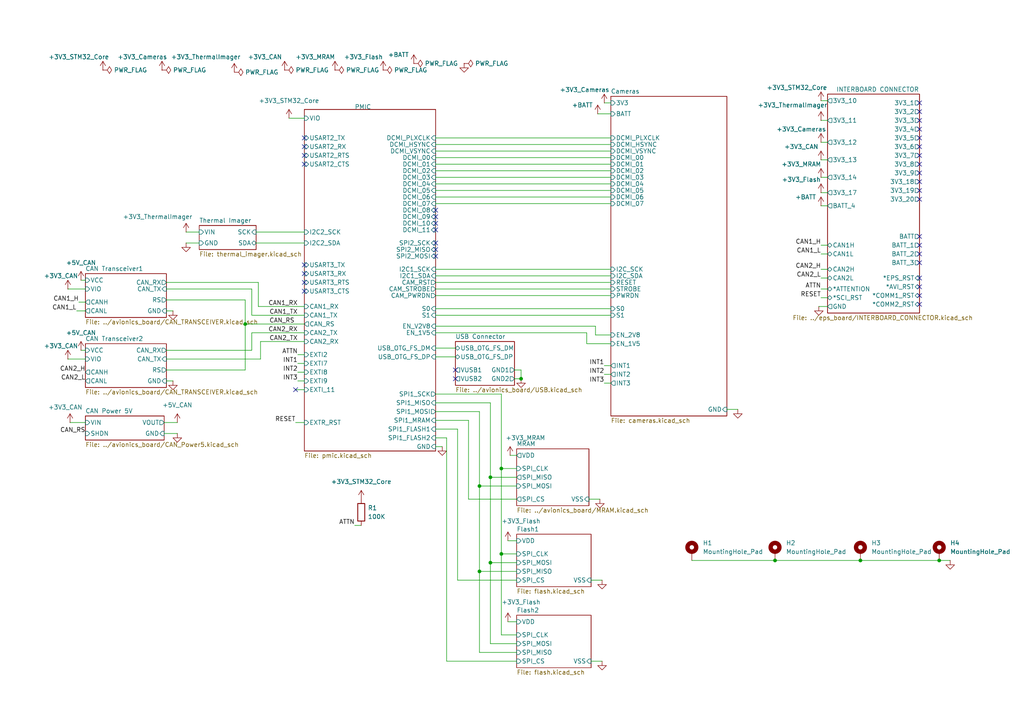
<source format=kicad_sch>
(kicad_sch (version 20231120) (generator "eeschema") (generator_version "8.0")
  (paper "A4")
  (lib_symbols
    (symbol "Device:R" (pin_numbers hide) (pin_names (offset 0))
      (property "Reference" "R" (at 2.032 0 90))
      (property "Value" "R" (at 0 0 90))
      (symbol "R_0_1"
        (rectangle (start -1.016 -2.54) (end 1.016 2.54) (stroke (width 0.254)))
      )
      (symbol "R_1_1"
        (pin passive line (at 0 3.81 270) (length 1.27) (name "~") (number "1"))
        (pin passive line (at 0 -3.81 90) (length 1.27) (name "~") (number "2"))
      )
    )
    (symbol "Mechanical:MountingHole_Pad" (pin_numbers hide) (pin_names (offset 1.016) hide) (exclude_from_sim yes) (in_bom no)
      (property "Reference" "H" (at 0 6.35 0))
      (property "Value" "MountingHole_Pad" (at 0 4.445 0))
      (symbol "MountingHole_Pad_0_1"
        (circle (center 0 1.27) (radius 1.27) (stroke (width 1.27)))
      )
      (symbol "MountingHole_Pad_1_1"
        (pin input line (at 0 -2.54 90) (length 2.54) (name "1") (number "1"))
      )
    )
    (symbol "power:+3V3" (power) (pin_numbers hide) (pin_names (offset 0) hide)
      (property "Value" "+3V3" (at 0 3.556 0))
      (symbol "+3V3_0_1"
        (polyline (pts (xy -0.762 1.27) (xy 0 2.54)))
        (polyline (pts (xy 0 0) (xy 0 2.54)))
        (polyline (pts (xy 0 2.54) (xy 0.762 1.27)))
      )
      (symbol "+3V3_1_1"
        (pin power_in line (at 0 0 90) (length 0) (name "~") (number "1"))
      )
    )
    (symbol "power:+BATT" (power) (pin_numbers hide) (pin_names (offset 0) hide)
      (property "Value" "+BATT" (at 0 3.556 0))
      (symbol "+BATT_0_1"
        (polyline (pts (xy -0.762 1.27) (xy 0 2.54)))
        (polyline (pts (xy 0 0) (xy 0 2.54)))
        (polyline (pts (xy 0 2.54) (xy 0.762 1.27)))
      )
      (symbol "+BATT_1_1"
        (pin power_in line (at 0 0 90) (length 0) (name "~") (number "1"))
      )
    )
    (symbol "power:GND" (power) (pin_numbers hide) (pin_names (offset 0) hide)
      (property "Value" "GND" (at 0 -3.81 0))
      (symbol "GND_0_1"
        (polyline (pts (xy 0 0) (xy 0 -1.27) (xy 1.27 -1.27) (xy 0 -2.54) (xy -1.27 -1.27) (xy 0 -1.27)))
      )
      (symbol "GND_1_1"
        (pin power_in line (at 0 0 270) (length 0) (name "~") (number "1"))
      )
    )
    (symbol "power:PWR_FLAG" (power) (pin_numbers hide) (pin_names (offset 0) hide)
      (property "Value" "PWR_FLAG" (at 0 3.81 0))
      (symbol "PWR_FLAG_0_0"
        (pin power_out line (at 0 0 90) (length 0) (name "~") (number "1"))
      )
      (symbol "PWR_FLAG_0_1"
        (polyline (pts (xy 0 0) (xy 0 1.27) (xy -1.016 1.905) (xy 0 2.54) (xy 1.016 1.905) (xy 0 1.27)))
      )
    )
  )
  (junction (at 145.415 135.89))
  (junction (at 71.12 93.98))
  (junction (at 272.415 162.56))
  (junction (at 142.24 163.195))
  (junction (at 139.065 140.97))
  (junction (at 249.555 162.56))
  (junction (at 151.13 109.855))
  (junction (at 142.24 138.43))
  (junction (at 224.79 162.56))
  (junction (at 139.065 165.735))
  (junction (at 145.415 160.655))
  (no_connect (at 88.265 81.915))
  (no_connect (at 126.365 62.865))
  (no_connect (at 88.265 76.835))
  (no_connect (at 266.7 32.385))
  (no_connect (at 266.7 29.845))
  (no_connect (at 266.7 37.465))
  (no_connect (at 266.7 50.165))
  (no_connect (at 266.7 88.265))
  (no_connect (at 126.365 70.485))
  (no_connect (at 266.7 57.785))
  (no_connect (at 88.265 47.625))
  (no_connect (at 266.7 85.725))
  (no_connect (at 132.08 109.855))
  (no_connect (at 88.265 42.545))
  (no_connect (at 266.7 45.085))
  (no_connect (at 88.265 79.375))
  (no_connect (at 126.365 60.96))
  (no_connect (at 126.365 72.39))
  (no_connect (at 266.7 73.66))
  (no_connect (at 266.7 42.545))
  (no_connect (at 266.7 34.925))
  (no_connect (at 266.7 40.005))
  (no_connect (at 266.7 80.645))
  (no_connect (at 126.365 64.77))
  (no_connect (at 88.265 45.085))
  (no_connect (at 266.7 68.58))
  (no_connect (at 266.7 55.245))
  (no_connect (at 126.365 66.675))
  (no_connect (at 132.08 107.315))
  (no_connect (at 266.7 47.625))
  (no_connect (at 88.265 40.005))
  (no_connect (at 85.725 113.03))
  (no_connect (at 266.7 76.2))
  (no_connect (at 266.7 71.12))
  (no_connect (at 88.265 84.455))
  (no_connect (at 266.7 52.705))
  (no_connect (at 266.7 83.185))
  (no_connect (at 126.365 74.295))
  (wire (pts (xy 139.065 189.23) (xy 149.86 189.23)))
  (wire (pts (xy 238.125 73.66) (xy 240.03 73.66)))
  (wire (pts (xy 75.565 104.14) (xy 75.565 99.06)))
  (wire (pts (xy 129.54 191.77) (xy 149.86 191.77)))
  (wire (pts (xy 238.125 83.82) (xy 240.03 83.82)))
  (wire (pts (xy 213.995 118.745) (xy 210.82 118.745)))
  (wire (pts (xy 142.24 186.69) (xy 149.86 186.69)))
  (wire (pts (xy 126.365 81.915) (xy 177.165 81.915)))
  (wire (pts (xy 48.26 86.995) (xy 71.12 86.995)))
  (wire (pts (xy 147.955 132.08) (xy 149.86 132.08)))
  (wire (pts (xy 126.365 124.46) (xy 132.715 124.46)))
  (wire (pts (xy 86.36 107.95) (xy 88.265 107.95)))
  (wire (pts (xy 142.24 138.43) (xy 149.86 138.43)))
  (wire (pts (xy 145.415 135.89) (xy 145.415 160.655)))
  (wire (pts (xy 172.72 97.155) (xy 177.165 97.155)))
  (wire (pts (xy 50.165 110.49) (xy 48.26 110.49)))
  (wire (pts (xy 238.125 55.88) (xy 240.03 55.88)))
  (wire (pts (xy 20.32 122.555) (xy 24.765 122.555)))
  (wire (pts (xy 175.26 106.045) (xy 177.165 106.045)))
  (wire (pts (xy 139.065 140.97) (xy 139.065 165.735)))
  (wire (pts (xy 48.26 81.915) (xy 74.93 81.915)))
  (wire (pts (xy 238.125 46.355) (xy 240.03 46.355)))
  (wire (pts (xy 126.365 116.84) (xy 142.24 116.84)))
  (wire (pts (xy 48.26 83.82) (xy 73.025 83.82)))
  (wire (pts (xy 174.625 191.77) (xy 171.45 191.77)))
  (wire (pts (xy 173.355 33.02) (xy 177.165 33.02)))
  (wire (pts (xy 126.365 49.53) (xy 177.165 49.53)))
  (wire (pts (xy 142.24 138.43) (xy 142.24 163.195)))
  (wire (pts (xy 145.415 160.655) (xy 149.86 160.655)))
  (wire (pts (xy 237.49 88.9) (xy 240.03 88.9)))
  (wire (pts (xy 126.365 45.72) (xy 177.165 45.72)))
  (wire (pts (xy 71.12 107.315) (xy 48.26 107.315)))
  (wire (pts (xy 126.365 51.435) (xy 177.165 51.435)))
  (wire (pts (xy 175.26 108.585) (xy 177.165 108.585)))
  (wire (pts (xy 126.365 78.105) (xy 177.165 78.105)))
  (wire (pts (xy 139.065 140.97) (xy 149.86 140.97)))
  (wire (pts (xy 74.295 70.485) (xy 88.265 70.485)))
  (wire (pts (xy 22.86 87.63) (xy 24.765 87.63)))
  (wire (pts (xy 132.715 124.46) (xy 132.715 168.275)))
  (wire (pts (xy 73.025 83.82) (xy 73.025 91.44)))
  (wire (pts (xy 175.26 29.845) (xy 177.165 29.845)))
  (wire (pts (xy 126.365 121.92) (xy 135.89 121.92)))
  (wire (pts (xy 128.27 129.54) (xy 126.365 129.54)))
  (wire (pts (xy 173.99 144.78) (xy 170.815 144.78)))
  (wire (pts (xy 71.12 93.98) (xy 88.265 93.98)))
  (wire (pts (xy 126.365 80.01) (xy 177.165 80.01)))
  (wire (pts (xy 139.065 189.23) (xy 139.065 165.735)))
  (wire (pts (xy 126.365 59.055) (xy 177.165 59.055)))
  (wire (pts (xy 86.36 102.87) (xy 88.265 102.87)))
  (wire (pts (xy 145.415 184.15) (xy 149.86 184.15)))
  (wire (pts (xy 126.365 96.52) (xy 170.18 96.52)))
  (wire (pts (xy 238.125 29.21) (xy 240.03 29.21)))
  (wire (pts (xy 126.365 91.44) (xy 177.165 91.44)))
  (wire (pts (xy 48.26 104.14) (xy 75.565 104.14)))
  (wire (pts (xy 126.365 57.15) (xy 177.165 57.15)))
  (wire (pts (xy 238.125 59.69) (xy 240.03 59.69)))
  (wire (pts (xy 126.365 114.3) (xy 145.415 114.3)))
  (wire (pts (xy 147.32 156.845) (xy 149.86 156.845)))
  (wire (pts (xy 86.36 110.49) (xy 88.265 110.49)))
  (wire (pts (xy 74.295 67.31) (xy 88.265 67.31)))
  (wire (pts (xy 23.495 81.28) (xy 24.765 81.28)))
  (wire (pts (xy 126.365 94.615) (xy 172.72 94.615)))
  (wire (pts (xy 126.365 83.82) (xy 177.165 83.82)))
  (wire (pts (xy 135.89 121.92) (xy 135.89 144.78)))
  (wire (pts (xy 142.24 116.84) (xy 142.24 138.43)))
  (wire (pts (xy 142.24 163.195) (xy 149.86 163.195)))
  (wire (pts (xy 132.715 168.275) (xy 149.86 168.275)))
  (wire (pts (xy 74.93 88.9) (xy 88.265 88.9)))
  (wire (pts (xy 135.89 144.78) (xy 149.86 144.78)))
  (wire (pts (xy 126.365 47.625) (xy 177.165 47.625)))
  (wire (pts (xy 19.685 104.14) (xy 24.765 104.14)))
  (wire (pts (xy 238.125 51.435) (xy 240.03 51.435)))
  (wire (pts (xy 75.565 99.06) (xy 88.265 99.06)))
  (wire (pts (xy 275.59 162.56) (xy 272.415 162.56)))
  (wire (pts (xy 170.18 96.52) (xy 170.18 99.695)))
  (wire (pts (xy 126.365 41.91) (xy 177.165 41.91)))
  (wire (pts (xy 149.225 107.315) (xy 151.13 107.315)))
  (wire (pts (xy 23.495 101.6) (xy 24.765 101.6)))
  (wire (pts (xy 51.435 125.73) (xy 47.625 125.73)))
  (wire (pts (xy 83.82 34.29) (xy 88.265 34.29)))
  (wire (pts (xy 126.365 89.535) (xy 177.165 89.535)))
  (wire (pts (xy 238.125 71.12) (xy 240.03 71.12)))
  (wire (pts (xy 129.54 127) (xy 129.54 191.77)))
  (wire (pts (xy 238.125 86.36) (xy 240.03 86.36)))
  (wire (pts (xy 71.12 86.995) (xy 71.12 93.98)))
  (wire (pts (xy 238.125 34.925) (xy 240.03 34.925)))
  (wire (pts (xy 85.725 113.03) (xy 88.265 113.03)))
  (wire (pts (xy 126.365 100.965) (xy 132.08 100.965)))
  (wire (pts (xy 139.065 165.735) (xy 149.86 165.735)))
  (wire (pts (xy 48.26 101.6) (xy 73.025 101.6)))
  (wire (pts (xy 238.125 78.105) (xy 240.03 78.105)))
  (wire (pts (xy 224.79 162.56) (xy 249.555 162.56)))
  (wire (pts (xy 53.975 67.31) (xy 57.785 67.31)))
  (wire (pts (xy 139.065 119.38) (xy 139.065 140.97)))
  (wire (pts (xy 73.025 96.52) (xy 88.265 96.52)))
  (wire (pts (xy 102.87 152.4) (xy 104.775 152.4)))
  (wire (pts (xy 19.685 83.82) (xy 24.765 83.82)))
  (wire (pts (xy 126.365 53.34) (xy 177.165 53.34)))
  (wire (pts (xy 145.415 160.655) (xy 145.415 184.15)))
  (wire (pts (xy 50.165 90.17) (xy 48.26 90.17)))
  (wire (pts (xy 73.025 91.44) (xy 88.265 91.44)))
  (wire (pts (xy 57.785 70.485) (xy 53.975 70.485)))
  (wire (pts (xy 149.225 109.855) (xy 151.13 109.855)))
  (wire (pts (xy 126.365 43.815) (xy 177.165 43.815)))
  (wire (pts (xy 142.24 186.69) (xy 142.24 163.195)))
  (wire (pts (xy 174.625 168.275) (xy 171.45 168.275)))
  (wire (pts (xy 200.66 162.56) (xy 224.79 162.56)))
  (wire (pts (xy 126.365 103.505) (xy 132.08 103.505)))
  (wire (pts (xy 22.225 90.17) (xy 24.765 90.17)))
  (wire (pts (xy 71.12 93.98) (xy 71.12 107.315)))
  (wire (pts (xy 85.725 122.555) (xy 88.265 122.555)))
  (wire (pts (xy 238.125 41.275) (xy 240.03 41.275)))
  (wire (pts (xy 170.18 99.695) (xy 177.165 99.695)))
  (wire (pts (xy 126.365 127) (xy 129.54 127)))
  (wire (pts (xy 175.26 111.125) (xy 177.165 111.125)))
  (wire (pts (xy 126.365 85.725) (xy 177.165 85.725)))
  (wire (pts (xy 151.13 107.315) (xy 151.13 109.855)))
  (wire (pts (xy 86.36 105.41) (xy 88.265 105.41)))
  (wire (pts (xy 126.365 119.38) (xy 139.065 119.38)))
  (wire (pts (xy 126.365 40.005) (xy 177.165 40.005)))
  (wire (pts (xy 238.125 80.645) (xy 240.03 80.645)))
  (wire (pts (xy 74.93 81.915) (xy 74.93 88.9)))
  (wire (pts (xy 172.72 94.615) (xy 172.72 97.155)))
  (wire (pts (xy 47.625 122.555) (xy 51.435 122.555)))
  (wire (pts (xy 73.025 101.6) (xy 73.025 96.52)))
  (wire (pts (xy 249.555 162.56) (xy 272.415 162.56)))
  (wire (pts (xy 126.365 55.245) (xy 177.165 55.245)))
  (wire (pts (xy 145.415 114.3) (xy 145.415 135.89)))
  (wire (pts (xy 145.415 135.89) (xy 149.86 135.89)))
  (wire (pts (xy 147.32 180.34) (xy 149.86 180.34)))
  (label "CAN1_H" (at 238.125 71.12 180))
  (label "INT3" (at 86.36 110.49 180))
  (label "CAN_RS" (at 78.105 93.98 0))
  (label "CAN2_L" (at 238.125 80.645 180))
  (label "CAN1_RX" (at 86.36 88.9 180))
  (label "CAN1_L" (at 238.125 73.66 180))
  (label "INT2" (at 86.36 107.95 180))
  (label "INT1" (at 86.36 105.41 180))
  (label "CAN1_H" (at 22.86 87.63 180))
  (label "ATTN" (at 86.36 102.87 180))
  (label "CAN2_TX" (at 86.36 99.06 180))
  (label "CAN_RS" (at 24.765 125.73 180))
  (label "INT1" (at 175.26 106.045 180))
  (label "CAN1_L" (at 22.225 90.17 180))
  (label "CAN2_L" (at 24.765 110.49 180))
  (label "INT2" (at 175.26 108.585 180))
  (label "CAN2_H" (at 238.125 78.105 180))
  (label "ATTN" (at 238.125 83.82 180))
  (label "ATTN" (at 102.87 152.4 180))
  (label "CAN1_TX" (at 86.36 91.44 180))
  (label "RESET" (at 85.725 122.555 180))
  (label "RESET" (at 238.125 86.36 180))
  (label "CAN2_RX" (at 86.36 96.52 180))
  (label "INT3" (at 175.26 111.125 180))
  (label "CAN2_H" (at 24.765 107.95 180))
  (symbol (lib_id "power:+3V3") (at 29.845 20.32 0) (unit 1)
    (property "Reference" "#PWR03" (effects (hide yes)))
    (property "Value" "+3V3_STM32_Core" (at 22.86 16.51 0))
    (property "Description" "Power symbol creates a global label with name \"+3V3\"" (effects (hide yes)))
  )
  (symbol (lib_id "power:+3V3") (at 175.26 29.845 0) (unit 1)
    (property "Reference" "#PWR010" (effects (hide yes)))
    (property "Value" "+3V3_Cameras" (at 169.545 26.035 0))
    (property "Description" "Power symbol creates a global label with name \"+3V3\"" (effects (hide yes)))
  )
  (symbol (lib_id "power:+3V3") (at 111.125 20.32 0) (unit 1)
    (property "Reference" "#PWR07" (effects (hide yes)))
    (property "Value" "+3V3_Flash" (at 105.41 16.51 0))
    (property "Description" "Power symbol creates a global label with name \"+3V3\"" (effects (hide yes)))
  )
  (symbol (lib_id "power:+BATT") (at 173.355 33.02 0) (unit 1)
    (property "Reference" "#PWR011" (effects (hide yes)))
    (property "Value" "+BATT" (at 168.91 30.48 0))
    (property "Description" "Power symbol creates a global label with name \"+BATT\"" (effects (hide yes)))
  )
  (symbol (lib_id "Mechanical:MountingHole_Pad") (at 272.415 160.02 0) (unit 1) (exclude_from_sim yes) (in_bom no)
    (property "Reference" "H4" (at 275.59 157.4799 0) (effects (justify left)))
    (property "Value" "MountingHole_Pad" (at 275.59 160.0199 0) (effects (justify left)))
    (property "Footprint" "Project:MountingHole_4.3mm_M4_Pad_Via_Custom" (effects (hide yes)))
    (property "Description" "Mounting Hole with connection" (effects (hide yes)))
  )
  (symbol (lib_id "power:+3V3") (at 238.125 34.925 0) (unit 1)
    (property "Reference" "#PWR013" (effects (hide yes)))
    (property "Value" "+3V3_ThermalImager" (at 229.87 30.48 0))
    (property "Description" "Power symbol creates a global label with name \"+3V3\"" (effects (hide yes)))
  )
  (symbol (lib_id "power:PWR_FLAG") (at 111.125 20.32 270) (unit 1)
    (property "Reference" "#FLG07" (effects (hide yes)))
    (property "Value" "PWR_FLAG" (at 114.3 20.3199 90) (effects (justify left)))
    (property "Description" "Special symbol for telling ERC where power comes from" (effects (hide yes)))
  )
  (symbol (lib_id "Mechanical:MountingHole_Pad") (at 224.79 160.02 0) (unit 1) (exclude_from_sim yes) (in_bom no)
    (property "Reference" "H2" (at 227.965 157.4799 0) (effects (justify left)))
    (property "Value" "MountingHole_Pad" (at 227.965 160.0199 0) (effects (justify left)))
    (property "Footprint" "Project:MountingHole_4.3mm_M4_Pad_Via_Custom" (effects (hide yes)))
    (property "Description" "Mounting Hole with connection" (effects (hide yes)))
  )
  (symbol (lib_id "power:+3V3") (at 20.32 122.555 0) (unit 1)
    (property "Reference" "#PWR030" (effects (hide yes)))
    (property "Value" "+3V3_CAN" (at 13.97 118.11 0) (effects (justify left)))
    (property "Description" "Power symbol creates a global label with name \"+3V3\"" (effects (hide yes)))
  )
  (symbol (lib_id "power:GND") (at 174.625 191.77 0) (unit 1)
    (property "Reference" "#PWR041" (effects (hide yes)))
    (property "Value" "GND" (effects (hide yes)))
    (property "Description" "Power symbol creates a global label with name \"GND\" , ground" (effects (hide yes)))
  )
  (symbol (lib_id "power:+3V3") (at 67.945 20.955 0) (unit 1)
    (property "Reference" "#PWR08" (effects (hide yes)))
    (property "Value" "+3V3_ThermalImager" (at 59.69 16.51 0))
    (property "Description" "Power symbol creates a global label with name \"+3V3\"" (effects (hide yes)))
  )
  (symbol (lib_id "power:GND") (at 213.995 118.745 0) (unit 1)
    (property "Reference" "#PWR029" (effects (hide yes)))
    (property "Value" "GND" (effects (hide yes)))
    (property "Description" "Power symbol creates a global label with name \"GND\" , ground" (effects (hide yes)))
  )
  (symbol (lib_id "Mechanical:MountingHole_Pad") (at 249.555 160.02 0) (unit 1) (exclude_from_sim yes) (in_bom no)
    (property "Reference" "H3" (at 252.73 157.4799 0) (effects (justify left)))
    (property "Value" "MountingHole_Pad" (at 252.73 160.0199 0) (effects (justify left)))
    (property "Footprint" "Project:MountingHole_4.3mm_M4_Pad_Via_Custom" (effects (hide yes)))
    (property "Description" "Mounting Hole with connection" (effects (hide yes)))
  )
  (symbol (lib_id "power:GND") (at 151.13 109.855 0) (unit 1)
    (property "Reference" "#PWR027" (effects (hide yes)))
    (property "Value" "GND" (effects (hide yes)))
    (property "Description" "Power symbol creates a global label with name \"GND\" , ground" (effects (hide yes)))
  )
  (symbol (lib_id "power:PWR_FLAG") (at 67.945 20.955 270) (unit 1)
    (property "Reference" "#FLG08" (effects (hide yes)))
    (property "Value" "PWR_FLAG" (at 71.12 20.9549 90) (effects (justify left)))
    (property "Description" "Special symbol for telling ERC where power comes from" (effects (hide yes)))
  )
  (symbol (lib_id "power:+3V3") (at 23.495 81.28 0) (unit 1)
    (property "Reference" "#PWR021" (effects (hide yes)))
    (property "Value" "+5V_CAN" (at 23.495 76.2 0))
    (property "Description" "Power symbol creates a global label with name \"+3V3\"" (effects (hide yes)))
  )
  (symbol (lib_id "power:PWR_FLAG") (at 46.99 20.32 270) (unit 1)
    (property "Reference" "#FLG04" (effects (hide yes)))
    (property "Value" "PWR_FLAG" (at 50.165 20.3199 90) (effects (justify left)))
    (property "Description" "Special symbol for telling ERC where power comes from" (effects (hide yes)))
  )
  (symbol (lib_id "power:PWR_FLAG") (at 97.155 20.32 270) (unit 1)
    (property "Reference" "#FLG06" (effects (hide yes)))
    (property "Value" "PWR_FLAG" (at 100.33 20.3199 90) (effects (justify left)))
    (property "Description" "Special symbol for telling ERC where power comes from" (effects (hide yes)))
  )
  (symbol (lib_id "power:+3V3") (at 238.125 51.435 0) (unit 1)
    (property "Reference" "#PWR016" (effects (hide yes)))
    (property "Value" "+3V3_MRAM" (at 232.41 47.625 0))
    (property "Description" "Power symbol creates a global label with name \"+3V3\"" (effects (hide yes)))
  )
  (symbol (lib_id "power:+3V3") (at 51.435 122.555 0) (mirror y) (unit 1)
    (property "Reference" "#PWR031" (effects (hide yes)))
    (property "Value" "+5V_CAN" (at 51.435 117.475 0))
    (property "Description" "Power symbol creates a global label with name \"+3V3\"" (effects (hide yes)))
  )
  (symbol (lib_id "power:GND") (at 53.975 70.485 0) (mirror y) (unit 1)
    (property "Reference" "#PWR020" (effects (hide yes)))
    (property "Value" "GND" (effects (hide yes)))
    (property "Description" "Power symbol creates a global label with name \"GND\" , ground" (effects (hide yes)))
  )
  (symbol (lib_id "power:GND") (at 128.27 129.54 0) (unit 1)
    (property "Reference" "#PWR033" (effects (hide yes)))
    (property "Value" "GND" (effects (hide yes)))
    (property "Description" "Power symbol creates a global label with name \"GND\" , ground" (effects (hide yes)))
  )
  (symbol (lib_id "power:+3V3") (at 82.55 20.32 0) (unit 1)
    (property "Reference" "#PWR05" (effects (hide yes)))
    (property "Value" "+3V3_CAN" (at 76.835 16.51 0))
    (property "Description" "Power symbol creates a global label with name \"+3V3\"" (effects (hide yes)))
  )
  (symbol (lib_id "power:PWR_FLAG") (at 134.62 18.415 270) (unit 1)
    (property "Reference" "#FLG02" (effects (hide yes)))
    (property "Value" "PWR_FLAG" (at 137.795 18.4149 90) (effects (justify left)))
    (property "Description" "Special symbol for telling ERC where power comes from" (effects (hide yes)))
  )
  (symbol (lib_id "power:+3V3") (at 238.125 41.275 0) (unit 1)
    (property "Reference" "#PWR014" (effects (hide yes)))
    (property "Value" "+3V3_Cameras" (at 232.41 37.465 0))
    (property "Description" "Power symbol creates a global label with name \"+3V3\"" (effects (hide yes)))
  )
  (symbol (lib_id "power:+3V3") (at 238.125 55.88 0) (unit 1)
    (property "Reference" "#PWR017" (effects (hide yes)))
    (property "Value" "+3V3_Flash" (at 232.41 52.07 0))
    (property "Description" "Power symbol creates a global label with name \"+3V3\"" (effects (hide yes)))
  )
  (symbol (lib_id "power:+3V3") (at 19.685 104.14 0) (unit 1)
    (property "Reference" "#PWR026" (effects (hide yes)))
    (property "Value" "+3V3_CAN" (at 12.7 100.33 0) (effects (justify left)))
    (property "Description" "Power symbol creates a global label with name \"+3V3\"" (effects (hide yes)))
  )
  (symbol (lib_id "power:+3V3") (at 147.955 132.08 0) (unit 1)
    (property "Reference" "#PWR034" (effects (hide yes)))
    (property "Value" "+3V3_MRAM" (at 152.4 127 0))
    (property "Description" "Power symbol creates a global label with name \"+3V3\"" (effects (hide yes)))
  )
  (symbol (lib_id "Mechanical:MountingHole_Pad") (at 200.66 160.02 0) (unit 1) (exclude_from_sim yes) (in_bom no)
    (property "Reference" "H1" (at 203.835 157.4799 0) (effects (justify left)))
    (property "Value" "MountingHole_Pad" (at 203.835 160.0199 0) (effects (justify left)))
    (property "Footprint" "Project:MountingHole_4.3mm_M4_Pad_Via_Custom" (effects (hide yes)))
    (property "Description" "Mounting Hole with connection" (effects (hide yes)))
  )
  (symbol (lib_id "power:+3V3") (at 53.975 67.31 0) (unit 1)
    (property "Reference" "#PWR019" (effects (hide yes)))
    (property "Value" "+3V3_ThermalImager" (at 45.72 62.865 0))
    (property "Description" "Power symbol creates a global label with name \"+3V3\"" (effects (hide yes)))
  )
  (symbol (lib_id "power:PWR_FLAG") (at 29.845 20.32 270) (unit 1)
    (property "Reference" "#FLG03" (effects (hide yes)))
    (property "Value" "PWR_FLAG" (at 33.02 20.3199 90) (effects (justify left)))
    (property "Description" "Special symbol for telling ERC where power comes from" (effects (hide yes)))
  )
  (symbol (lib_id "power:GND") (at 134.62 18.415 0) (mirror y) (unit 1)
    (property "Reference" "#PWR02" (effects (hide yes)))
    (property "Value" "GND" (effects (hide yes)))
    (property "Description" "Power symbol creates a global label with name \"GND\" , ground" (effects (hide yes)))
  )
  (symbol (lib_id "power:GND") (at 50.165 110.49 0) (unit 1)
    (property "Reference" "#PWR028" (effects (hide yes)))
    (property "Value" "GND" (effects (hide yes)))
    (property "Description" "Power symbol creates a global label with name \"GND\" , ground" (effects (hide yes)))
  )
  (symbol (lib_id "power:+3V3") (at 238.125 46.355 0) (unit 1)
    (property "Reference" "#PWR015" (effects (hide yes)))
    (property "Value" "+3V3_CAN" (at 232.41 42.545 0))
    (property "Description" "Power symbol creates a global label with name \"+3V3\"" (effects (hide yes)))
  )
  (symbol (lib_id "power:GND") (at 173.99 144.78 0) (unit 1)
    (property "Reference" "#PWR036" (effects (hide yes)))
    (property "Value" "GND" (effects (hide yes)))
    (property "Description" "Power symbol creates a global label with name \"GND\" , ground" (effects (hide yes)))
  )
  (symbol (lib_id "power:GND") (at 50.165 90.17 0) (unit 1)
    (property "Reference" "#PWR024" (effects (hide yes)))
    (property "Value" "GND" (effects (hide yes)))
    (property "Description" "Power symbol creates a global label with name \"GND\" , ground" (effects (hide yes)))
  )
  (symbol (lib_id "power:+3V3") (at 97.155 20.32 0) (unit 1)
    (property "Reference" "#PWR06" (effects (hide yes)))
    (property "Value" "+3V3_MRAM" (at 91.44 16.51 0))
    (property "Description" "Power symbol creates a global label with name \"+3V3\"" (effects (hide yes)))
  )
  (symbol (lib_id "power:GND") (at 275.59 162.56 0) (unit 1)
    (property "Reference" "#PWR038" (effects (hide yes)))
    (property "Value" "GND" (effects (hide yes)))
    (property "Description" "Power symbol creates a global label with name \"GND\" , ground" (effects (hide yes)))
  )
  (symbol (lib_id "power:GND") (at 174.625 168.275 0) (unit 1)
    (property "Reference" "#PWR039" (effects (hide yes)))
    (property "Value" "GND" (effects (hide yes)))
    (property "Description" "Power symbol creates a global label with name \"GND\" , ground" (effects (hide yes)))
  )
  (symbol (lib_id "power:PWR_FLAG") (at 120.015 18.415 270) (unit 1)
    (property "Reference" "#FLG01" (effects (hide yes)))
    (property "Value" "PWR_FLAG" (at 123.19 18.4149 90) (effects (justify left)))
    (property "Description" "Special symbol for telling ERC where power comes from" (effects (hide yes)))
  )
  (symbol (lib_id "power:GND") (at 237.49 88.9 0) (unit 1)
    (property "Reference" "#PWR023" (effects (hide yes)))
    (property "Value" "GND" (effects (hide yes)))
    (property "Description" "Power symbol creates a global label with name \"GND\" , ground" (effects (hide yes)))
  )
  (symbol (lib_id "power:+3V3") (at 238.125 29.21 0) (unit 1)
    (property "Reference" "#PWR09" (effects (hide yes)))
    (property "Value" "+3V3_STM32_Core" (at 231.14 25.4 0))
    (property "Description" "Power symbol creates a global label with name \"+3V3\"" (effects (hide yes)))
  )
  (symbol (lib_id "power:+3V3") (at 147.32 180.34 0) (unit 1)
    (property "Reference" "#PWR040" (effects (hide yes)))
    (property "Value" "+3V3_Flash" (at 151.13 174.625 0))
    (property "Description" "Power symbol creates a global label with name \"+3V3\"" (effects (hide yes)))
  )
  (symbol (lib_id "power:+3V3") (at 46.99 20.32 0) (unit 1)
    (property "Reference" "#PWR04" (effects (hide yes)))
    (property "Value" "+3V3_Cameras" (at 41.275 16.51 0))
    (property "Description" "Power symbol creates a global label with name \"+3V3\"" (effects (hide yes)))
  )
  (symbol (lib_id "power:+BATT") (at 120.015 18.415 0) (unit 1)
    (property "Reference" "#PWR01" (effects (hide yes)))
    (property "Value" "+BATT" (at 115.57 15.875 0))
    (property "Description" "Power symbol creates a global label with name \"+BATT\"" (effects (hide yes)))
  )
  (symbol (lib_id "power:GND") (at 51.435 125.73 0) (unit 1)
    (property "Reference" "#PWR032" (effects (hide yes)))
    (property "Value" "GND" (effects (hide yes)))
    (property "Description" "Power symbol creates a global label with name \"GND\" , ground" (effects (hide yes)))
  )
  (symbol (lib_id "power:+BATT") (at 238.125 59.69 0) (unit 1)
    (property "Reference" "#PWR018" (effects (hide yes)))
    (property "Value" "+BATT" (at 233.68 57.15 0))
    (property "Description" "Power symbol creates a global label with name \"+BATT\"" (effects (hide yes)))
  )
  (symbol (lib_id "power:+3V3") (at 19.685 83.82 0) (unit 1)
    (property "Reference" "#PWR022" (effects (hide yes)))
    (property "Value" "+3V3_CAN" (at 12.7 80.01 0) (effects (justify left)))
    (property "Description" "Power symbol creates a global label with name \"+3V3\"" (effects (hide yes)))
  )
  (symbol (lib_id "power:PWR_FLAG") (at 82.55 20.32 270) (unit 1)
    (property "Reference" "#FLG05" (effects (hide yes)))
    (property "Value" "PWR_FLAG" (at 85.725 20.3199 90) (effects (justify left)))
    (property "Description" "Special symbol for telling ERC where power comes from" (effects (hide yes)))
  )
  (symbol (lib_id "Device:R") (at 104.775 148.59 0) (unit 1)
    (property "Reference" "R1" (at 106.68 147.3199 0) (effects (justify left)))
    (property "Value" "100K" (at 106.68 149.8599 0) (effects (justify left)))
    (property "Footprint" "Resistor_SMD:R_0402_1005Metric_Pad0.72x0.64mm_HandSolder" (effects (hide yes)))
    (property "Description" "Resistor" (effects (hide yes)))
  )
  (symbol (lib_id "power:+3V3") (at 147.32 156.845 0) (unit 1)
    (property "Reference" "#PWR037" (effects (hide yes)))
    (property "Value" "+3V3_Flash" (at 151.13 151.13 0))
    (property "Description" "Power symbol creates a global label with name \"+3V3\"" (effects (hide yes)))
  )
  (symbol (lib_id "power:+3V3") (at 104.775 144.78 0) (unit 1)
    (property "Reference" "#PWR035" (effects (hide yes)))
    (property "Value" "+3V3_STM32_Core" (at 104.775 139.7 0))
    (property "Description" "Power symbol creates a global label with name \"+3V3\"" (effects (hide yes)))
  )
  (symbol (lib_id "power:+3V3") (at 83.82 34.29 0) (unit 1)
    (property "Reference" "#PWR012" (effects (hide yes)))
    (property "Value" "+3V3_STM32_Core" (at 83.82 29.21 0))
    (property "Description" "Power symbol creates a global label with name \"+3V3\"" (effects (hide yes)))
  )
  (symbol (lib_id "power:+3V3") (at 23.495 101.6 0) (unit 1)
    (property "Reference" "#PWR025" (effects (hide yes)))
    (property "Value" "+5V_CAN" (at 23.495 96.52 0))
    (property "Description" "Power symbol creates a global label with name \"+3V3\"" (effects (hide yes)))
  )
  (sheet (at 24.765 79.375) (size 23.495 12.7) (stroke (width 0.1524))
    (property "Sheetname" "CAN Transceiver1" (at 24.765 78.6634 0) (effects (justify left bottom)))
    (property "Sheetfile" "../avionics_board/CAN_TRANSCEIVER.kicad_sch" (at 24.765 92.6596 0) (effects (justify left top)))
    (pin "CAN_RX" output (at 48.26 81.915 0))
    (pin "CAN_TX" input (at 48.26 83.82 0))
    (pin "VIO" input (at 24.765 83.82 180))
    (pin "GND" input (at 48.26 90.17 0))
    (pin "RS" output (at 48.26 86.995 0))
    (pin "VCC" input (at 24.765 81.28 180))
    (pin "CANL" output (at 24.765 90.17 180))
    (pin "CANH" output (at 24.765 87.63 180))
  )
  (sheet (at 149.86 178.435) (size 21.59 15.24) (stroke (width 0.1524))
    (property "Sheetname" "Flash2" (at 149.86 177.7234 0) (effects (justify left bottom)))
    (property "Sheetfile" "flash.kicad_sch" (at 149.86 194.2596 0) (effects (justify left top)))
    (pin "VDD" input (at 149.86 180.34 180))
    (pin "VSS" input (at 171.45 191.77 0))
    (pin "SPI_CLK" input (at 149.86 184.15 180))
    (pin "SPI_MISO" input (at 149.86 189.23 180))
    (pin "SPI_MOSI" input (at 149.86 186.69 180))
    (pin "SPI_CS" input (at 149.86 191.77 180))
  )
  (sheet (at 177.165 27.94) (size 33.655 92.71) (stroke (width 0.1524))
    (property "Sheetname" "Cameras" (at 177.165 27.2284 0) (effects (justify left bottom)))
    (property "Sheetfile" "cameras.kicad_sch" (at 177.165 121.2346 0) (effects (justify left top)))
    (pin "GND" input (at 210.82 118.745 0))
    (pin "3V3" input (at 177.165 29.845 180))
    (pin "INT1" output (at 177.165 106.045 180))
    (pin "INT2" output (at 177.165 108.585 180))
    (pin "INT3" output (at 177.165 111.125 180))
    (pin "S0" input (at 177.165 89.535 180))
    (pin "RESET" input (at 177.165 81.915 180))
    (pin "S1" input (at 177.165 91.44 180))
    (pin "I2C_SDA" input (at 177.165 80.01 180))
    (pin "I2C_SCK" input (at 177.165 78.105 180))
    (pin "DCMI_VSYNC" input (at 177.165 43.815 180))
    (pin "DCMI_HSYNC" input (at 177.165 41.91 180))
    (pin "DCMI_PLXCLK" input (at 177.165 40.005 180))
    (pin "DCMI_07" input (at 177.165 59.055 180))
    (pin "DCMI_06" input (at 177.165 57.15 180))
    (pin "DCMI_01" input (at 177.165 47.625 180))
    (pin "DCMI_00" input (at 177.165 45.72 180))
    (pin "DCMI_02" input (at 177.165 49.53 180))
    (pin "DCMI_03" input (at 177.165 51.435 180))
    (pin "DCMI_05" input (at 177.165 55.245 180))
    (pin "DCMI_04" input (at 177.165 53.34 180))
    (pin "STROBE" input (at 177.165 83.82 180))
    (pin "PWRDN" input (at 177.165 85.725 180))
    (pin "BATT" input (at 177.165 33.02 180))
    (pin "EN_2V8" input (at 177.165 97.155 180))
    (pin "EN_1V5" input (at 177.165 99.695 180))
  )
  (sheet (at 24.765 99.695) (size 23.495 12.7) (stroke (width 0.1524))
    (property "Sheetname" "CAN Transceiver2" (at 24.765 98.9834 0) (effects (justify left bottom)))
    (property "Sheetfile" "../avionics_board/CAN_TRANSCEIVER.kicad_sch" (at 24.765 112.9796 0) (effects (justify left top)))
    (pin "CAN_RX" output (at 48.26 101.6 0))
    (pin "CAN_TX" input (at 48.26 104.14 0))
    (pin "VIO" input (at 24.765 104.14 180))
    (pin "GND" input (at 48.26 110.49 0))
    (pin "RS" output (at 48.26 107.315 0))
    (pin "VCC" input (at 24.765 101.6 180))
    (pin "CANL" output (at 24.765 110.49 180))
    (pin "CANH" output (at 24.765 107.95 180))
  )
  (sheet (at 24.765 120.65) (size 22.86 6.985) (stroke (width 0.1524))
    (property "Sheetname" "CAN Power 5V" (at 24.765 119.9384 0) (effects (justify left bottom)))
    (property "Sheetfile" "../avionics_board/CAN_Power5.kicad_sch" (at 24.765 128.2196 0) (effects (justify left top)))
    (pin "GND" input (at 47.625 125.73 0))
    (pin "VIN" input (at 24.765 122.555 180))
    (pin "SHDN" input (at 24.765 125.73 180))
    (pin "VOUT" output (at 47.625 122.555 0))
  )
  (sheet (at 240.03 27.305) (size 26.67 63.5) (stroke (width 0.1524))
    (property "Sheetname" "INTERBOARD CONNECTOR" (at 242.57 26.67 0) (effects (justify left bottom)))
    (property "Sheetfile" "../eps_board/INTERBOARD_CONNECTOR.kicad_sch" (at 229.87 91.44 0) (effects (justify left top)))
    (pin "3V3_8" output (at 266.7 47.625 0))
    (pin "GND" output (at 240.03 88.9 180))
    (pin "BATT" output (at 266.7 68.58 0))
    (pin "3V3_9" output (at 266.7 50.165 0))
    (pin "3V3_11" output (at 240.03 34.925 180))
    (pin "CAN1H" bidirectional (at 240.03 71.12 180))
    (pin "CAN1L" bidirectional (at 240.03 73.66 180))
    (pin "CAN2H" bidirectional (at 240.03 78.105 180))
    (pin "CAN2L" bidirectional (at 240.03 80.645 180))
    (pin "3V3_13" output (at 240.03 46.355 180))
    (pin "3V3_7" output (at 266.7 45.085 0))
    (pin "3V3_12" output (at 240.03 41.275 180))
    (pin "3V3_10" output (at 240.03 29.21 180))
    (pin "*COMM1_RST" bidirectional (at 266.7 85.725 0))
    (pin "*AVI_RST" bidirectional (at 266.7 83.185 0))
    (pin "*COMM2_RST" bidirectional (at 266.7 88.265 0))
    (pin "*EPS_RST" input (at 266.7 80.645 0))
    (pin "BATT_2" output (at 266.7 73.66 0))
    (pin "BATT_1" output (at 266.7 71.12 0))
    (pin "*SCI_RST" bidirectional (at 240.03 86.36 180))
    (pin "*ATTENTION" bidirectional (at 240.03 83.82 180))
    (pin "3V3_14" output (at 240.03 51.435 180))
    (pin "BATT_4" output (at 240.03 59.69 180))
    (pin "3V3_2" output (at 266.7 32.385 0))
    (pin "3V3_18" output (at 266.7 52.705 0))
    (pin "3V3_20" output (at 266.7 57.785 0))
    (pin "3V3_6" output (at 266.7 42.545 0))
    (pin "3V3_4" output (at 266.7 37.465 0))
    (pin "BATT_3" output (at 266.7 76.2 0))
    (pin "3V3_17" output (at 240.03 55.88 180))
    (pin "3V3_5" output (at 266.7 40.005 0))
    (pin "3V3_19" output (at 266.7 55.245 0))
    (pin "3V3_3" output (at 266.7 34.925 0))
    (pin "3V3_1" output (at 266.7 29.845 0))
  )
  (sheet (at 88.265 31.75) (size 38.1 99.06) (stroke (width 0.1524))
    (property "Sheetname" "PMIC" (at 102.87 31.75 0) (effects (justify left bottom)))
    (property "Sheetfile" "pmic.kicad_sch" (at 88.265 131.3946 0) (effects (justify left top)))
    (pin "DCMI_PLXCLK" input (at 126.365 40.005 0))
    (pin "DCMI_HSYNC" input (at 126.365 41.91 0))
    (pin "USART2_CTS" input (at 88.265 47.625 180))
    (pin "USART2_RTS" input (at 88.265 45.085 180))
    (pin "USART2_TX" input (at 88.265 40.005 180))
    (pin "USART2_RX" input (at 88.265 42.545 180))
    (pin "DCMI_VSYNC" input (at 126.365 43.815 0))
    (pin "CAN2_TX" input (at 88.265 96.52 180))
    (pin "CAN2_RX" input (at 88.265 99.06 180))
    (pin "USART3_RTS" input (at 88.265 81.915 180))
    (pin "SPI2_SCK" input (at 126.365 70.485 0))
    (pin "I2C1_SCK" input (at 126.365 78.105 0))
    (pin "I2C1_SDA" input (at 126.365 80.01 0))
    (pin "I2C2_SCK" input (at 88.265 67.31 180))
    (pin "I2C2_SDA" input (at 88.265 70.485 180))
    (pin "USB_OTG_FS_DM" input (at 126.365 100.965 0))
    (pin "USB_OTG_FS_DP" input (at 126.365 103.505 0))
    (pin "DCMI_02" input (at 126.365 49.53 0))
    (pin "DCMI_03" input (at 126.365 51.435 0))
    (pin "DCMI_01" input (at 126.365 47.625 0))
    (pin "DCMI_00" input (at 126.365 45.72 0))
    (pin "DCMI_08" input (at 126.365 60.96 0))
    (pin "DCMI_09" input (at 126.365 62.865 0))
    (pin "USART3_RX" input (at 88.265 79.375 180))
    (pin "USART3_TX" input (at 88.265 76.835 180))
    (pin "SPI2_MISO" input (at 126.365 72.39 0))
    (pin "SPI2_MOSI" input (at 126.365 74.295 0))
    (pin "DCMI_10" input (at 126.365 64.77 0))
    (pin "USART3_CTS" input (at 88.265 84.455 180))
    (pin "DCMI_04" input (at 126.365 53.34 0))
    (pin "DCMI_07" input (at 126.365 59.055 0))
    (pin "DCMI_06" input (at 126.365 57.15 0))
    (pin "DCMI_11" input (at 126.365 66.675 0))
    (pin "DCMI_05" input (at 126.365 55.245 0))
    (pin "CAN1_RX" input (at 88.265 88.9 180))
    (pin "CAN1_TX" input (at 88.265 91.44 180))
    (pin "GND" input (at 126.365 129.54 0))
    (pin "VIO" input (at 88.265 34.29 180))
    (pin "S0" input (at 126.365 89.535 0))
    (pin "S1" input (at 126.365 91.44 0))
    (pin "EXTI8" input (at 88.265 107.95 180))
    (pin "EXTI7" input (at 88.265 105.41 180))
    (pin "EXTI9" input (at 88.265 110.49 180))
    (pin "EXTR_RST" input (at 88.265 122.555 180))
    (pin "SPI1_MRAM" input (at 126.365 121.92 0))
    (pin "SPI1_FLASH1" input (at 126.365 124.46 0))
    (pin "CAN_RS" output (at 88.265 93.98 180))
    (pin "CAM_PWRDN" output (at 126.365 85.725 0))
    (pin "CAM_STROBE" output (at 126.365 83.82 0))
    (pin "CAM_RST" output (at 126.365 81.915 0))
    (pin "EXTI_11" input (at 88.265 113.03 180))
    (pin "SPI1_FLASH2" input (at 126.365 127 0))
    (pin "EXTI2" input (at 88.265 102.87 180))
    (pin "SPI1_SCK" output (at 126.365 114.3 0))
    (pin "SPI1_MOSI" output (at 126.365 119.38 0))
    (pin "SPI1_MISO" input (at 126.365 116.84 0))
    (pin "EN_V2V8" input (at 126.365 94.615 0))
    (pin "EN_1V5" input (at 126.365 96.52 0))
  )
  (sheet (at 57.785 65.405) (size 16.51 6.985) (stroke (width 0.1524))
    (property "Sheetname" "Thermal Imager" (at 57.785 64.6934 0) (effects (justify left bottom)))
    (property "Sheetfile" "thermal_imager.kicad_sch" (at 57.785 72.9746 0) (effects (justify left top)))
    (pin "VIN" input (at 57.785 67.31 180))
    (pin "SDA" bidirectional (at 74.295 70.485 0))
    (pin "SCK" input (at 74.295 67.31 0))
    (pin "GND" input (at 57.785 70.485 180))
  )
  (sheet (at 132.08 99.06) (size 17.145 12.7) (stroke (width 0.1524))
    (property "Sheetname" "USB Connector" (at 132.08 98.3484 0) (effects (justify left bottom)))
    (property "Sheetfile" "../avionics_board/USB.kicad_sch" (at 132.08 112.3446 0) (effects (justify left top)))
    (pin "GND1" output (at 149.225 107.315 0))
    (pin "USB_OTG_FS_DM" bidirectional (at 132.08 100.965 180))
    (pin "VUSB1" output (at 132.08 107.315 180))
    (pin "GND2" output (at 149.225 109.855 0))
    (pin "VUSB2" output (at 132.08 109.855 180))
    (pin "USB_OTG_FS_DP" bidirectional (at 132.08 103.505 180))
  )
  (sheet (at 149.86 130.175) (size 20.955 16.51) (stroke (width 0.1524))
    (property "Sheetname" "MRAM" (at 149.86 129.4634 0) (effects (justify left bottom)))
    (property "Sheetfile" "../avionics_board/MRAM.kicad_sch" (at 149.86 147.2696 0) (effects (justify left top)))
    (pin "VDD" output (at 149.86 132.08 180))
    (pin "SPI_CS" output (at 149.86 144.78 180))
    (pin "VSS" input (at 170.815 144.78 0))
    (pin "SPI_MISO" output (at 149.86 138.43 180))
    (pin "SPI_CLK" input (at 149.86 135.89 180))
    (pin "SPI_MOSI" input (at 149.86 140.97 180))
  )
  (sheet (at 149.86 154.94) (size 21.59 15.24) (stroke (width 0.1524))
    (property "Sheetname" "Flash1" (at 149.86 154.2284 0) (effects (justify left bottom)))
    (property "Sheetfile" "flash.kicad_sch" (at 149.86 170.7646 0) (effects (justify left top)))
    (pin "VDD" input (at 149.86 156.845 180))
    (pin "VSS" input (at 171.45 168.275 0))
    (pin "SPI_CLK" input (at 149.86 160.655 180))
    (pin "SPI_MISO" input (at 149.86 165.735 180))
    (pin "SPI_MOSI" input (at 149.86 163.195 180))
    (pin "SPI_CS" input (at 149.86 168.275 180))
  )
)
</source>
